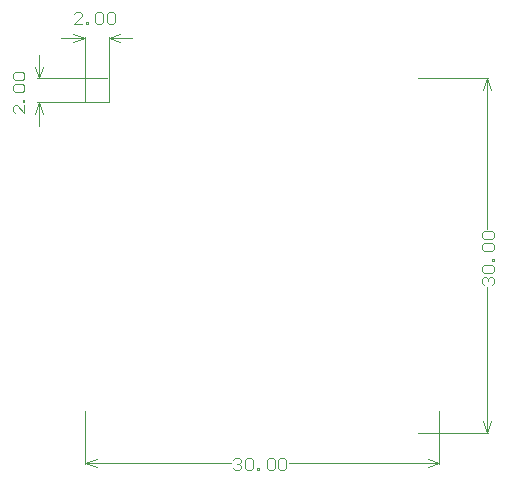
<source format=gbr>
%TF.GenerationSoftware,Altium Limited,Altium Designer,20.1.8 (145)*%
G04 Layer_Color=8242323*
%FSLAX44Y44*%
%MOMM*%
%TF.SameCoordinates,BF84AABB-580B-4B44-99C5-09E2CFC6D698*%
%TF.FilePolarity,Positive*%
%TF.FileFunction,Other,Dimensions*%
%TF.Part,Single*%
G01*
G75*
%TA.AperFunction,NonConductor*%
%ADD54C,0.1016*%
D54*
X9807417Y10160000D02*
X9810750Y10150000D01*
X9814083Y10160000D01*
X9810750Y10130000D02*
X9814083Y10120000D01*
X9807417D02*
X9810750Y10130000D01*
Y10150000D02*
Y10170000D01*
Y10110000D02*
Y10130000D01*
X9809734D02*
X9870000D01*
X9809734Y10150000D02*
X9868984D01*
X9840000Y10180917D02*
X9850000Y10184250D01*
X9840000Y10187583D02*
X9850000Y10184250D01*
X9870000D02*
X9880000Y10187583D01*
X9870000Y10184250D02*
X9880000Y10180917D01*
X9830000Y10184250D02*
X9850000D01*
X9870000D02*
X9890000D01*
X9870000Y10130000D02*
Y10185266D01*
X9850000Y10131016D02*
Y10185266D01*
X10140000Y9821259D02*
X10150000Y9824592D01*
X10140000Y9827925D02*
X10150000Y9824592D01*
X9850000D02*
X9860000Y9827925D01*
X9850000Y9824592D02*
X9860000Y9821259D01*
X10022493Y9824592D02*
X10150000D01*
X9850000D02*
X9973443D01*
X10150000Y9823575D02*
Y9868476D01*
X9850000Y9823575D02*
Y9868476D01*
X10190000Y10150000D02*
X10193333Y10140000D01*
X10186667D02*
X10190000Y10150000D01*
X10186667Y9860000D02*
X10190000Y9850000D01*
X10193333Y9860000D01*
X10190000Y10022493D02*
Y10150000D01*
Y9850000D02*
Y9973443D01*
X10131524Y10150000D02*
X10191016D01*
X10131524Y9850000D02*
X10191016D01*
X9798721Y10127138D02*
Y10120474D01*
X9792057Y10127138D01*
X9790391D01*
X9788724Y10125472D01*
Y10122140D01*
X9790391Y10120474D01*
X9798721Y10130471D02*
X9797055D01*
Y10132137D01*
X9798721D01*
Y10130471D01*
X9790391Y10138801D02*
X9788724Y10140467D01*
Y10143799D01*
X9790391Y10145466D01*
X9797055D01*
X9798721Y10143799D01*
Y10140467D01*
X9797055Y10138801D01*
X9790391D01*
Y10148798D02*
X9788724Y10150464D01*
Y10153796D01*
X9790391Y10155462D01*
X9797055D01*
X9798721Y10153796D01*
Y10150464D01*
X9797055Y10148798D01*
X9790391D01*
X9847138Y10196279D02*
X9840474D01*
X9847138Y10202943D01*
Y10204609D01*
X9845472Y10206276D01*
X9842140D01*
X9840474Y10204609D01*
X9850471Y10196279D02*
Y10197945D01*
X9852137D01*
Y10196279D01*
X9850471D01*
X9858801Y10204609D02*
X9860467Y10206276D01*
X9863799D01*
X9865466Y10204609D01*
Y10197945D01*
X9863799Y10196279D01*
X9860467D01*
X9858801Y10197945D01*
Y10204609D01*
X9868798D02*
X9870464Y10206276D01*
X9873796D01*
X9875462Y10204609D01*
Y10197945D01*
X9873796Y10196279D01*
X9870464D01*
X9868798Y10197945D01*
Y10204609D01*
X9975475Y9826908D02*
X9977141Y9828574D01*
X9980474D01*
X9982140Y9826908D01*
Y9825242D01*
X9980474Y9823575D01*
X9978807D01*
X9980474D01*
X9982140Y9821909D01*
Y9820244D01*
X9980474Y9818577D01*
X9977141D01*
X9975475Y9820244D01*
X9985472Y9826908D02*
X9987138Y9828574D01*
X9990471D01*
X9992136Y9826908D01*
Y9820244D01*
X9990471Y9818577D01*
X9987138D01*
X9985472Y9820244D01*
Y9826908D01*
X9995469Y9818577D02*
Y9820244D01*
X9997135D01*
Y9818577D01*
X9995469D01*
X10003799Y9826908D02*
X10005466Y9828574D01*
X10008798D01*
X10010464Y9826908D01*
Y9820244D01*
X10008798Y9818577D01*
X10005466D01*
X10003799Y9820244D01*
Y9826908D01*
X10013796D02*
X10015463Y9828574D01*
X10018795D01*
X10020461Y9826908D01*
Y9820244D01*
X10018795Y9818577D01*
X10015463D01*
X10013796Y9820244D01*
Y9826908D01*
X10187684Y9975475D02*
X10186017Y9977141D01*
Y9980474D01*
X10187684Y9982140D01*
X10189350D01*
X10191016Y9980474D01*
Y9978807D01*
Y9980474D01*
X10192682Y9982140D01*
X10194348D01*
X10196014Y9980474D01*
Y9977141D01*
X10194348Y9975475D01*
X10187684Y9985472D02*
X10186017Y9987138D01*
Y9990471D01*
X10187684Y9992136D01*
X10194348D01*
X10196014Y9990471D01*
Y9987138D01*
X10194348Y9985472D01*
X10187684D01*
X10196014Y9995469D02*
X10194348D01*
Y9997135D01*
X10196014D01*
Y9995469D01*
X10187684Y10003799D02*
X10186017Y10005466D01*
Y10008798D01*
X10187684Y10010464D01*
X10194348D01*
X10196014Y10008798D01*
Y10005466D01*
X10194348Y10003799D01*
X10187684D01*
Y10013796D02*
X10186017Y10015463D01*
Y10018795D01*
X10187684Y10020461D01*
X10194348D01*
X10196014Y10018795D01*
Y10015463D01*
X10194348Y10013796D01*
X10187684D01*
%TF.MD5,6c8ac62af0d98faad387a43fa0213c70*%
M02*

</source>
